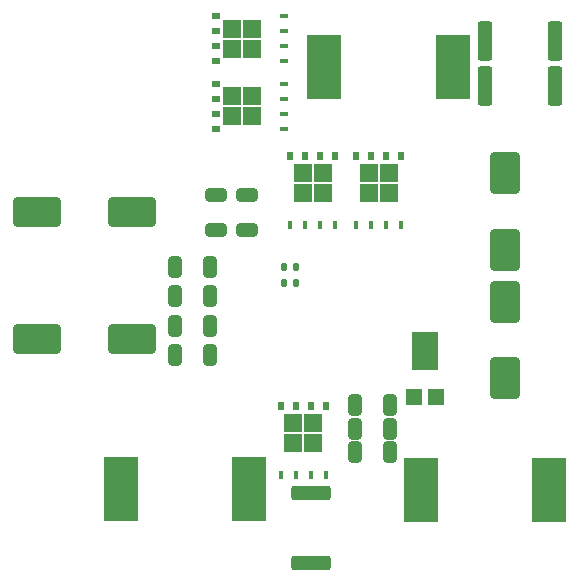
<source format=gbr>
%TF.GenerationSoftware,KiCad,Pcbnew,(5.99.0-12732-g288a94f5aa)*%
%TF.CreationDate,2021-10-13T17:17:12+08:00*%
%TF.ProjectId,Dual-Power,4475616c-2d50-46f7-9765-722e6b696361,rev?*%
%TF.SameCoordinates,Original*%
%TF.FileFunction,Paste,Bot*%
%TF.FilePolarity,Positive*%
%FSLAX46Y46*%
G04 Gerber Fmt 4.6, Leading zero omitted, Abs format (unit mm)*
G04 Created by KiCad (PCBNEW (5.99.0-12732-g288a94f5aa)) date 2021-10-13 17:17:12*
%MOMM*%
%LPD*%
G01*
G04 APERTURE LIST*
G04 Aperture macros list*
%AMRoundRect*
0 Rectangle with rounded corners*
0 $1 Rounding radius*
0 $2 $3 $4 $5 $6 $7 $8 $9 X,Y pos of 4 corners*
0 Add a 4 corners polygon primitive as box body*
4,1,4,$2,$3,$4,$5,$6,$7,$8,$9,$2,$3,0*
0 Add four circle primitives for the rounded corners*
1,1,$1+$1,$2,$3*
1,1,$1+$1,$4,$5*
1,1,$1+$1,$6,$7*
1,1,$1+$1,$8,$9*
0 Add four rect primitives between the rounded corners*
20,1,$1+$1,$2,$3,$4,$5,0*
20,1,$1+$1,$4,$5,$6,$7,0*
20,1,$1+$1,$6,$7,$8,$9,0*
20,1,$1+$1,$8,$9,$2,$3,0*%
G04 Aperture macros list end*
%ADD10C,0.010000*%
%ADD11R,1.390000X1.400000*%
%ADD12RoundRect,0.250000X1.750000X1.000000X-1.750000X1.000000X-1.750000X-1.000000X1.750000X-1.000000X0*%
%ADD13RoundRect,0.249999X-0.325001X-0.650001X0.325001X-0.650001X0.325001X0.650001X-0.325001X0.650001X0*%
%ADD14RoundRect,0.250000X-1.000000X1.500000X-1.000000X-1.500000X1.000000X-1.500000X1.000000X1.500000X0*%
%ADD15RoundRect,0.249999X0.325001X0.650001X-0.325001X0.650001X-0.325001X-0.650001X0.325001X-0.650001X0*%
%ADD16RoundRect,0.249999X-0.650001X0.325001X-0.650001X-0.325001X0.650001X-0.325001X0.650001X0.325001X0*%
%ADD17RoundRect,0.147500X-0.147500X-0.172500X0.147500X-0.172500X0.147500X0.172500X-0.147500X0.172500X0*%
%ADD18R,2.900000X5.400000*%
%ADD19R,0.500000X0.750000*%
%ADD20R,1.500000X1.500000*%
%ADD21R,0.400000X0.750000*%
%ADD22R,0.750000X0.500000*%
%ADD23R,0.750000X0.400000*%
%ADD24RoundRect,0.249999X-1.425001X0.362501X-1.425001X-0.362501X1.425001X-0.362501X1.425001X0.362501X0*%
%ADD25RoundRect,0.249999X0.362501X1.425001X-0.362501X1.425001X-0.362501X-1.425001X0.362501X-1.425001X0*%
%ADD26RoundRect,0.250000X0.362500X1.425000X-0.362500X1.425000X-0.362500X-1.425000X0.362500X-1.425000X0*%
G04 APERTURE END LIST*
D10*
%TO.C,D3*%
X149360000Y-91634000D02*
X147240000Y-91634000D01*
X147240000Y-91634000D02*
X147240000Y-94714000D01*
X147240000Y-94714000D02*
X149360000Y-94714000D01*
X149360000Y-94714000D02*
X149360000Y-91634000D01*
G36*
X149360000Y-94714000D02*
G01*
X147240000Y-94714000D01*
X147240000Y-91634000D01*
X149360000Y-91634000D01*
X149360000Y-94714000D01*
G37*
X149360000Y-94714000D02*
X147240000Y-94714000D01*
X147240000Y-91634000D01*
X149360000Y-91634000D01*
X149360000Y-94714000D01*
%TD*%
D11*
%TO.C,D3*%
X149220000Y-97156000D03*
X147380000Y-97156000D03*
%TD*%
D12*
%TO.C,C1*%
X123500000Y-92200000D03*
X115500000Y-92200000D03*
%TD*%
D13*
%TO.C,C2*%
X127125000Y-93600000D03*
X130075000Y-93600000D03*
%TD*%
%TO.C,C3*%
X127125000Y-91077778D03*
X130075000Y-91077778D03*
%TD*%
%TO.C,C4*%
X127125000Y-88555556D03*
X130075000Y-88555556D03*
%TD*%
D14*
%TO.C,C16*%
X155100000Y-89050000D03*
X155100000Y-95550000D03*
%TD*%
D15*
%TO.C,C18*%
X145315000Y-97820000D03*
X142365000Y-97820000D03*
%TD*%
%TO.C,C19*%
X145375000Y-101800000D03*
X142425000Y-101800000D03*
%TD*%
%TO.C,C20*%
X145340000Y-99800000D03*
X142390000Y-99800000D03*
%TD*%
D16*
%TO.C,C22*%
X133200000Y-80025000D03*
X133200000Y-82975000D03*
%TD*%
%TO.C,C24*%
X130600000Y-80025000D03*
X130600000Y-82975000D03*
%TD*%
D17*
%TO.C,D1*%
X136415000Y-86100000D03*
X137385000Y-86100000D03*
%TD*%
%TO.C,D2*%
X136415000Y-87500000D03*
X137385000Y-87500000D03*
%TD*%
D18*
%TO.C,L1*%
X158850000Y-105000000D03*
X147950000Y-105000000D03*
%TD*%
%TO.C,L2*%
X122550000Y-104900000D03*
X133450000Y-104900000D03*
%TD*%
%TO.C,L3*%
X139750000Y-69200000D03*
X150650000Y-69200000D03*
%TD*%
D19*
%TO.C,Q1*%
X137365000Y-97895000D03*
D20*
X138850000Y-99300000D03*
X137150000Y-101000000D03*
D19*
X139905000Y-97895000D03*
X136095000Y-97895000D03*
X138635000Y-97895000D03*
D20*
X137150000Y-99300000D03*
X138850000Y-101000000D03*
D21*
X139905000Y-103700000D03*
X138635000Y-103700000D03*
X137365000Y-103700000D03*
X136095000Y-103700000D03*
%TD*%
D19*
%TO.C,Q2*%
X140705000Y-76735000D03*
X138165000Y-76735000D03*
D20*
X137950000Y-79840000D03*
X137950000Y-78140000D03*
X139650000Y-78140000D03*
D19*
X139435000Y-76735000D03*
X136895000Y-76735000D03*
D20*
X139650000Y-79840000D03*
D21*
X140705000Y-82540000D03*
X139435000Y-82540000D03*
X138165000Y-82540000D03*
X136895000Y-82540000D03*
%TD*%
D22*
%TO.C,Q3*%
X130595000Y-74405000D03*
D20*
X133700000Y-73350000D03*
X133700000Y-71650000D03*
X132000000Y-73350000D03*
D22*
X130595000Y-71865000D03*
X130595000Y-73135000D03*
D20*
X132000000Y-71650000D03*
D22*
X130595000Y-70595000D03*
D23*
X136400000Y-70595000D03*
X136400000Y-71865000D03*
X136400000Y-73135000D03*
X136400000Y-74405000D03*
%TD*%
D24*
%TO.C,R12*%
X138700000Y-105237500D03*
X138700000Y-111162500D03*
%TD*%
D25*
%TO.C,R14*%
X159292500Y-70800000D03*
X153367500Y-70800000D03*
%TD*%
D14*
%TO.C,C29*%
X155100000Y-78150000D03*
X155100000Y-84650000D03*
%TD*%
D12*
%TO.C,C32*%
X123500000Y-81500000D03*
X115500000Y-81500000D03*
%TD*%
D22*
%TO.C,Q4*%
X130595000Y-66165000D03*
X130595000Y-67435000D03*
D20*
X133700000Y-67650000D03*
X132000000Y-65950000D03*
X132000000Y-67650000D03*
D22*
X130595000Y-64895000D03*
X130595000Y-68705000D03*
D20*
X133700000Y-65950000D03*
D23*
X136400000Y-64895000D03*
X136400000Y-66165000D03*
X136400000Y-67435000D03*
X136400000Y-68705000D03*
%TD*%
D20*
%TO.C,Q5*%
X143550000Y-79840000D03*
X145250000Y-79840000D03*
D19*
X145035000Y-76735000D03*
D20*
X145250000Y-78140000D03*
X143550000Y-78140000D03*
D19*
X143765000Y-76735000D03*
X146305000Y-76735000D03*
X142495000Y-76735000D03*
D21*
X146305000Y-82540000D03*
X145035000Y-82540000D03*
X143765000Y-82540000D03*
X142495000Y-82540000D03*
%TD*%
D26*
%TO.C,R17*%
X159292500Y-67000000D03*
X153367500Y-67000000D03*
%TD*%
D15*
%TO.C,Cx1*%
X130075000Y-86100000D03*
X127125000Y-86100000D03*
%TD*%
M02*

</source>
